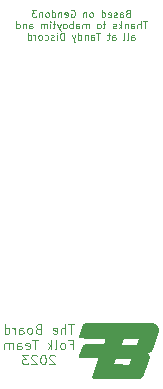
<source format=gbr>
%TF.GenerationSoftware,KiCad,Pcbnew,7.0.6*%
%TF.CreationDate,2023-09-04T21:12:20+01:00*%
%TF.ProjectId,TRSG3Mod,54525347-334d-46f6-942e-6b696361645f,rev?*%
%TF.SameCoordinates,Original*%
%TF.FileFunction,Legend,Bot*%
%TF.FilePolarity,Positive*%
%FSLAX46Y46*%
G04 Gerber Fmt 4.6, Leading zero omitted, Abs format (unit mm)*
G04 Created by KiCad (PCBNEW 7.0.6) date 2023-09-04 21:12:20*
%MOMM*%
%LPD*%
G01*
G04 APERTURE LIST*
%ADD10C,0.100000*%
G04 APERTURE END LIST*
D10*
X119522320Y-54425085D02*
X119436606Y-54453657D01*
X119436606Y-54453657D02*
X119408035Y-54482228D01*
X119408035Y-54482228D02*
X119379463Y-54539371D01*
X119379463Y-54539371D02*
X119379463Y-54625085D01*
X119379463Y-54625085D02*
X119408035Y-54682228D01*
X119408035Y-54682228D02*
X119436606Y-54710800D01*
X119436606Y-54710800D02*
X119493749Y-54739371D01*
X119493749Y-54739371D02*
X119722320Y-54739371D01*
X119722320Y-54739371D02*
X119722320Y-54139371D01*
X119722320Y-54139371D02*
X119522320Y-54139371D01*
X119522320Y-54139371D02*
X119465178Y-54167942D01*
X119465178Y-54167942D02*
X119436606Y-54196514D01*
X119436606Y-54196514D02*
X119408035Y-54253657D01*
X119408035Y-54253657D02*
X119408035Y-54310800D01*
X119408035Y-54310800D02*
X119436606Y-54367942D01*
X119436606Y-54367942D02*
X119465178Y-54396514D01*
X119465178Y-54396514D02*
X119522320Y-54425085D01*
X119522320Y-54425085D02*
X119722320Y-54425085D01*
X118865178Y-54739371D02*
X118865178Y-54425085D01*
X118865178Y-54425085D02*
X118893749Y-54367942D01*
X118893749Y-54367942D02*
X118950892Y-54339371D01*
X118950892Y-54339371D02*
X119065178Y-54339371D01*
X119065178Y-54339371D02*
X119122320Y-54367942D01*
X118865178Y-54710800D02*
X118922320Y-54739371D01*
X118922320Y-54739371D02*
X119065178Y-54739371D01*
X119065178Y-54739371D02*
X119122320Y-54710800D01*
X119122320Y-54710800D02*
X119150892Y-54653657D01*
X119150892Y-54653657D02*
X119150892Y-54596514D01*
X119150892Y-54596514D02*
X119122320Y-54539371D01*
X119122320Y-54539371D02*
X119065178Y-54510800D01*
X119065178Y-54510800D02*
X118922320Y-54510800D01*
X118922320Y-54510800D02*
X118865178Y-54482228D01*
X118608035Y-54710800D02*
X118550892Y-54739371D01*
X118550892Y-54739371D02*
X118436606Y-54739371D01*
X118436606Y-54739371D02*
X118379463Y-54710800D01*
X118379463Y-54710800D02*
X118350892Y-54653657D01*
X118350892Y-54653657D02*
X118350892Y-54625085D01*
X118350892Y-54625085D02*
X118379463Y-54567942D01*
X118379463Y-54567942D02*
X118436606Y-54539371D01*
X118436606Y-54539371D02*
X118522321Y-54539371D01*
X118522321Y-54539371D02*
X118579463Y-54510800D01*
X118579463Y-54510800D02*
X118608035Y-54453657D01*
X118608035Y-54453657D02*
X118608035Y-54425085D01*
X118608035Y-54425085D02*
X118579463Y-54367942D01*
X118579463Y-54367942D02*
X118522321Y-54339371D01*
X118522321Y-54339371D02*
X118436606Y-54339371D01*
X118436606Y-54339371D02*
X118379463Y-54367942D01*
X117865178Y-54710800D02*
X117922321Y-54739371D01*
X117922321Y-54739371D02*
X118036607Y-54739371D01*
X118036607Y-54739371D02*
X118093749Y-54710800D01*
X118093749Y-54710800D02*
X118122321Y-54653657D01*
X118122321Y-54653657D02*
X118122321Y-54425085D01*
X118122321Y-54425085D02*
X118093749Y-54367942D01*
X118093749Y-54367942D02*
X118036607Y-54339371D01*
X118036607Y-54339371D02*
X117922321Y-54339371D01*
X117922321Y-54339371D02*
X117865178Y-54367942D01*
X117865178Y-54367942D02*
X117836607Y-54425085D01*
X117836607Y-54425085D02*
X117836607Y-54482228D01*
X117836607Y-54482228D02*
X118122321Y-54539371D01*
X117322321Y-54739371D02*
X117322321Y-54139371D01*
X117322321Y-54710800D02*
X117379463Y-54739371D01*
X117379463Y-54739371D02*
X117493749Y-54739371D01*
X117493749Y-54739371D02*
X117550892Y-54710800D01*
X117550892Y-54710800D02*
X117579463Y-54682228D01*
X117579463Y-54682228D02*
X117608035Y-54625085D01*
X117608035Y-54625085D02*
X117608035Y-54453657D01*
X117608035Y-54453657D02*
X117579463Y-54396514D01*
X117579463Y-54396514D02*
X117550892Y-54367942D01*
X117550892Y-54367942D02*
X117493749Y-54339371D01*
X117493749Y-54339371D02*
X117379463Y-54339371D01*
X117379463Y-54339371D02*
X117322321Y-54367942D01*
X116493749Y-54739371D02*
X116550892Y-54710800D01*
X116550892Y-54710800D02*
X116579463Y-54682228D01*
X116579463Y-54682228D02*
X116608035Y-54625085D01*
X116608035Y-54625085D02*
X116608035Y-54453657D01*
X116608035Y-54453657D02*
X116579463Y-54396514D01*
X116579463Y-54396514D02*
X116550892Y-54367942D01*
X116550892Y-54367942D02*
X116493749Y-54339371D01*
X116493749Y-54339371D02*
X116408035Y-54339371D01*
X116408035Y-54339371D02*
X116350892Y-54367942D01*
X116350892Y-54367942D02*
X116322321Y-54396514D01*
X116322321Y-54396514D02*
X116293749Y-54453657D01*
X116293749Y-54453657D02*
X116293749Y-54625085D01*
X116293749Y-54625085D02*
X116322321Y-54682228D01*
X116322321Y-54682228D02*
X116350892Y-54710800D01*
X116350892Y-54710800D02*
X116408035Y-54739371D01*
X116408035Y-54739371D02*
X116493749Y-54739371D01*
X116036606Y-54339371D02*
X116036606Y-54739371D01*
X116036606Y-54396514D02*
X116008035Y-54367942D01*
X116008035Y-54367942D02*
X115950892Y-54339371D01*
X115950892Y-54339371D02*
X115865178Y-54339371D01*
X115865178Y-54339371D02*
X115808035Y-54367942D01*
X115808035Y-54367942D02*
X115779464Y-54425085D01*
X115779464Y-54425085D02*
X115779464Y-54739371D01*
X114722321Y-54167942D02*
X114779464Y-54139371D01*
X114779464Y-54139371D02*
X114865178Y-54139371D01*
X114865178Y-54139371D02*
X114950892Y-54167942D01*
X114950892Y-54167942D02*
X115008035Y-54225085D01*
X115008035Y-54225085D02*
X115036606Y-54282228D01*
X115036606Y-54282228D02*
X115065178Y-54396514D01*
X115065178Y-54396514D02*
X115065178Y-54482228D01*
X115065178Y-54482228D02*
X115036606Y-54596514D01*
X115036606Y-54596514D02*
X115008035Y-54653657D01*
X115008035Y-54653657D02*
X114950892Y-54710800D01*
X114950892Y-54710800D02*
X114865178Y-54739371D01*
X114865178Y-54739371D02*
X114808035Y-54739371D01*
X114808035Y-54739371D02*
X114722321Y-54710800D01*
X114722321Y-54710800D02*
X114693749Y-54682228D01*
X114693749Y-54682228D02*
X114693749Y-54482228D01*
X114693749Y-54482228D02*
X114808035Y-54482228D01*
X114208035Y-54710800D02*
X114265178Y-54739371D01*
X114265178Y-54739371D02*
X114379464Y-54739371D01*
X114379464Y-54739371D02*
X114436606Y-54710800D01*
X114436606Y-54710800D02*
X114465178Y-54653657D01*
X114465178Y-54653657D02*
X114465178Y-54425085D01*
X114465178Y-54425085D02*
X114436606Y-54367942D01*
X114436606Y-54367942D02*
X114379464Y-54339371D01*
X114379464Y-54339371D02*
X114265178Y-54339371D01*
X114265178Y-54339371D02*
X114208035Y-54367942D01*
X114208035Y-54367942D02*
X114179464Y-54425085D01*
X114179464Y-54425085D02*
X114179464Y-54482228D01*
X114179464Y-54482228D02*
X114465178Y-54539371D01*
X113922320Y-54339371D02*
X113922320Y-54739371D01*
X113922320Y-54396514D02*
X113893749Y-54367942D01*
X113893749Y-54367942D02*
X113836606Y-54339371D01*
X113836606Y-54339371D02*
X113750892Y-54339371D01*
X113750892Y-54339371D02*
X113693749Y-54367942D01*
X113693749Y-54367942D02*
X113665178Y-54425085D01*
X113665178Y-54425085D02*
X113665178Y-54739371D01*
X113122321Y-54739371D02*
X113122321Y-54139371D01*
X113122321Y-54710800D02*
X113179463Y-54739371D01*
X113179463Y-54739371D02*
X113293749Y-54739371D01*
X113293749Y-54739371D02*
X113350892Y-54710800D01*
X113350892Y-54710800D02*
X113379463Y-54682228D01*
X113379463Y-54682228D02*
X113408035Y-54625085D01*
X113408035Y-54625085D02*
X113408035Y-54453657D01*
X113408035Y-54453657D02*
X113379463Y-54396514D01*
X113379463Y-54396514D02*
X113350892Y-54367942D01*
X113350892Y-54367942D02*
X113293749Y-54339371D01*
X113293749Y-54339371D02*
X113179463Y-54339371D01*
X113179463Y-54339371D02*
X113122321Y-54367942D01*
X112750892Y-54739371D02*
X112808035Y-54710800D01*
X112808035Y-54710800D02*
X112836606Y-54682228D01*
X112836606Y-54682228D02*
X112865178Y-54625085D01*
X112865178Y-54625085D02*
X112865178Y-54453657D01*
X112865178Y-54453657D02*
X112836606Y-54396514D01*
X112836606Y-54396514D02*
X112808035Y-54367942D01*
X112808035Y-54367942D02*
X112750892Y-54339371D01*
X112750892Y-54339371D02*
X112665178Y-54339371D01*
X112665178Y-54339371D02*
X112608035Y-54367942D01*
X112608035Y-54367942D02*
X112579464Y-54396514D01*
X112579464Y-54396514D02*
X112550892Y-54453657D01*
X112550892Y-54453657D02*
X112550892Y-54625085D01*
X112550892Y-54625085D02*
X112579464Y-54682228D01*
X112579464Y-54682228D02*
X112608035Y-54710800D01*
X112608035Y-54710800D02*
X112665178Y-54739371D01*
X112665178Y-54739371D02*
X112750892Y-54739371D01*
X112293749Y-54339371D02*
X112293749Y-54739371D01*
X112293749Y-54396514D02*
X112265178Y-54367942D01*
X112265178Y-54367942D02*
X112208035Y-54339371D01*
X112208035Y-54339371D02*
X112122321Y-54339371D01*
X112122321Y-54339371D02*
X112065178Y-54367942D01*
X112065178Y-54367942D02*
X112036607Y-54425085D01*
X112036607Y-54425085D02*
X112036607Y-54739371D01*
X111808035Y-54139371D02*
X111436607Y-54139371D01*
X111436607Y-54139371D02*
X111636607Y-54367942D01*
X111636607Y-54367942D02*
X111550892Y-54367942D01*
X111550892Y-54367942D02*
X111493750Y-54396514D01*
X111493750Y-54396514D02*
X111465178Y-54425085D01*
X111465178Y-54425085D02*
X111436607Y-54482228D01*
X111436607Y-54482228D02*
X111436607Y-54625085D01*
X111436607Y-54625085D02*
X111465178Y-54682228D01*
X111465178Y-54682228D02*
X111493750Y-54710800D01*
X111493750Y-54710800D02*
X111550892Y-54739371D01*
X111550892Y-54739371D02*
X111722321Y-54739371D01*
X111722321Y-54739371D02*
X111779464Y-54710800D01*
X111779464Y-54710800D02*
X111808035Y-54682228D01*
X121165177Y-55105371D02*
X120822320Y-55105371D01*
X120993748Y-55705371D02*
X120993748Y-55105371D01*
X120622319Y-55705371D02*
X120622319Y-55105371D01*
X120365177Y-55705371D02*
X120365177Y-55391085D01*
X120365177Y-55391085D02*
X120393748Y-55333942D01*
X120393748Y-55333942D02*
X120450891Y-55305371D01*
X120450891Y-55305371D02*
X120536605Y-55305371D01*
X120536605Y-55305371D02*
X120593748Y-55333942D01*
X120593748Y-55333942D02*
X120622319Y-55362514D01*
X119822320Y-55705371D02*
X119822320Y-55391085D01*
X119822320Y-55391085D02*
X119850891Y-55333942D01*
X119850891Y-55333942D02*
X119908034Y-55305371D01*
X119908034Y-55305371D02*
X120022320Y-55305371D01*
X120022320Y-55305371D02*
X120079462Y-55333942D01*
X119822320Y-55676800D02*
X119879462Y-55705371D01*
X119879462Y-55705371D02*
X120022320Y-55705371D01*
X120022320Y-55705371D02*
X120079462Y-55676800D01*
X120079462Y-55676800D02*
X120108034Y-55619657D01*
X120108034Y-55619657D02*
X120108034Y-55562514D01*
X120108034Y-55562514D02*
X120079462Y-55505371D01*
X120079462Y-55505371D02*
X120022320Y-55476800D01*
X120022320Y-55476800D02*
X119879462Y-55476800D01*
X119879462Y-55476800D02*
X119822320Y-55448228D01*
X119536605Y-55305371D02*
X119536605Y-55705371D01*
X119536605Y-55362514D02*
X119508034Y-55333942D01*
X119508034Y-55333942D02*
X119450891Y-55305371D01*
X119450891Y-55305371D02*
X119365177Y-55305371D01*
X119365177Y-55305371D02*
X119308034Y-55333942D01*
X119308034Y-55333942D02*
X119279463Y-55391085D01*
X119279463Y-55391085D02*
X119279463Y-55705371D01*
X118993748Y-55705371D02*
X118993748Y-55105371D01*
X118936606Y-55476800D02*
X118765177Y-55705371D01*
X118765177Y-55305371D02*
X118993748Y-55533942D01*
X118536606Y-55676800D02*
X118479463Y-55705371D01*
X118479463Y-55705371D02*
X118365177Y-55705371D01*
X118365177Y-55705371D02*
X118308034Y-55676800D01*
X118308034Y-55676800D02*
X118279463Y-55619657D01*
X118279463Y-55619657D02*
X118279463Y-55591085D01*
X118279463Y-55591085D02*
X118308034Y-55533942D01*
X118308034Y-55533942D02*
X118365177Y-55505371D01*
X118365177Y-55505371D02*
X118450892Y-55505371D01*
X118450892Y-55505371D02*
X118508034Y-55476800D01*
X118508034Y-55476800D02*
X118536606Y-55419657D01*
X118536606Y-55419657D02*
X118536606Y-55391085D01*
X118536606Y-55391085D02*
X118508034Y-55333942D01*
X118508034Y-55333942D02*
X118450892Y-55305371D01*
X118450892Y-55305371D02*
X118365177Y-55305371D01*
X118365177Y-55305371D02*
X118308034Y-55333942D01*
X117650892Y-55305371D02*
X117422320Y-55305371D01*
X117565177Y-55105371D02*
X117565177Y-55619657D01*
X117565177Y-55619657D02*
X117536606Y-55676800D01*
X117536606Y-55676800D02*
X117479463Y-55705371D01*
X117479463Y-55705371D02*
X117422320Y-55705371D01*
X117136606Y-55705371D02*
X117193749Y-55676800D01*
X117193749Y-55676800D02*
X117222320Y-55648228D01*
X117222320Y-55648228D02*
X117250892Y-55591085D01*
X117250892Y-55591085D02*
X117250892Y-55419657D01*
X117250892Y-55419657D02*
X117222320Y-55362514D01*
X117222320Y-55362514D02*
X117193749Y-55333942D01*
X117193749Y-55333942D02*
X117136606Y-55305371D01*
X117136606Y-55305371D02*
X117050892Y-55305371D01*
X117050892Y-55305371D02*
X116993749Y-55333942D01*
X116993749Y-55333942D02*
X116965178Y-55362514D01*
X116965178Y-55362514D02*
X116936606Y-55419657D01*
X116936606Y-55419657D02*
X116936606Y-55591085D01*
X116936606Y-55591085D02*
X116965178Y-55648228D01*
X116965178Y-55648228D02*
X116993749Y-55676800D01*
X116993749Y-55676800D02*
X117050892Y-55705371D01*
X117050892Y-55705371D02*
X117136606Y-55705371D01*
X116222320Y-55705371D02*
X116222320Y-55305371D01*
X116222320Y-55362514D02*
X116193749Y-55333942D01*
X116193749Y-55333942D02*
X116136606Y-55305371D01*
X116136606Y-55305371D02*
X116050892Y-55305371D01*
X116050892Y-55305371D02*
X115993749Y-55333942D01*
X115993749Y-55333942D02*
X115965178Y-55391085D01*
X115965178Y-55391085D02*
X115965178Y-55705371D01*
X115965178Y-55391085D02*
X115936606Y-55333942D01*
X115936606Y-55333942D02*
X115879463Y-55305371D01*
X115879463Y-55305371D02*
X115793749Y-55305371D01*
X115793749Y-55305371D02*
X115736606Y-55333942D01*
X115736606Y-55333942D02*
X115708035Y-55391085D01*
X115708035Y-55391085D02*
X115708035Y-55705371D01*
X115165178Y-55705371D02*
X115165178Y-55391085D01*
X115165178Y-55391085D02*
X115193749Y-55333942D01*
X115193749Y-55333942D02*
X115250892Y-55305371D01*
X115250892Y-55305371D02*
X115365178Y-55305371D01*
X115365178Y-55305371D02*
X115422320Y-55333942D01*
X115165178Y-55676800D02*
X115222320Y-55705371D01*
X115222320Y-55705371D02*
X115365178Y-55705371D01*
X115365178Y-55705371D02*
X115422320Y-55676800D01*
X115422320Y-55676800D02*
X115450892Y-55619657D01*
X115450892Y-55619657D02*
X115450892Y-55562514D01*
X115450892Y-55562514D02*
X115422320Y-55505371D01*
X115422320Y-55505371D02*
X115365178Y-55476800D01*
X115365178Y-55476800D02*
X115222320Y-55476800D01*
X115222320Y-55476800D02*
X115165178Y-55448228D01*
X114879463Y-55705371D02*
X114879463Y-55105371D01*
X114879463Y-55333942D02*
X114822321Y-55305371D01*
X114822321Y-55305371D02*
X114708035Y-55305371D01*
X114708035Y-55305371D02*
X114650892Y-55333942D01*
X114650892Y-55333942D02*
X114622321Y-55362514D01*
X114622321Y-55362514D02*
X114593749Y-55419657D01*
X114593749Y-55419657D02*
X114593749Y-55591085D01*
X114593749Y-55591085D02*
X114622321Y-55648228D01*
X114622321Y-55648228D02*
X114650892Y-55676800D01*
X114650892Y-55676800D02*
X114708035Y-55705371D01*
X114708035Y-55705371D02*
X114822321Y-55705371D01*
X114822321Y-55705371D02*
X114879463Y-55676800D01*
X114250892Y-55705371D02*
X114308035Y-55676800D01*
X114308035Y-55676800D02*
X114336606Y-55648228D01*
X114336606Y-55648228D02*
X114365178Y-55591085D01*
X114365178Y-55591085D02*
X114365178Y-55419657D01*
X114365178Y-55419657D02*
X114336606Y-55362514D01*
X114336606Y-55362514D02*
X114308035Y-55333942D01*
X114308035Y-55333942D02*
X114250892Y-55305371D01*
X114250892Y-55305371D02*
X114165178Y-55305371D01*
X114165178Y-55305371D02*
X114108035Y-55333942D01*
X114108035Y-55333942D02*
X114079464Y-55362514D01*
X114079464Y-55362514D02*
X114050892Y-55419657D01*
X114050892Y-55419657D02*
X114050892Y-55591085D01*
X114050892Y-55591085D02*
X114079464Y-55648228D01*
X114079464Y-55648228D02*
X114108035Y-55676800D01*
X114108035Y-55676800D02*
X114165178Y-55705371D01*
X114165178Y-55705371D02*
X114250892Y-55705371D01*
X113850892Y-55305371D02*
X113708035Y-55705371D01*
X113565178Y-55305371D02*
X113708035Y-55705371D01*
X113708035Y-55705371D02*
X113765178Y-55848228D01*
X113765178Y-55848228D02*
X113793749Y-55876800D01*
X113793749Y-55876800D02*
X113850892Y-55905371D01*
X113422321Y-55305371D02*
X113193749Y-55305371D01*
X113336606Y-55105371D02*
X113336606Y-55619657D01*
X113336606Y-55619657D02*
X113308035Y-55676800D01*
X113308035Y-55676800D02*
X113250892Y-55705371D01*
X113250892Y-55705371D02*
X113193749Y-55705371D01*
X112993749Y-55705371D02*
X112993749Y-55305371D01*
X112993749Y-55105371D02*
X113022321Y-55133942D01*
X113022321Y-55133942D02*
X112993749Y-55162514D01*
X112993749Y-55162514D02*
X112965178Y-55133942D01*
X112965178Y-55133942D02*
X112993749Y-55105371D01*
X112993749Y-55105371D02*
X112993749Y-55162514D01*
X112708035Y-55705371D02*
X112708035Y-55305371D01*
X112708035Y-55362514D02*
X112679464Y-55333942D01*
X112679464Y-55333942D02*
X112622321Y-55305371D01*
X112622321Y-55305371D02*
X112536607Y-55305371D01*
X112536607Y-55305371D02*
X112479464Y-55333942D01*
X112479464Y-55333942D02*
X112450893Y-55391085D01*
X112450893Y-55391085D02*
X112450893Y-55705371D01*
X112450893Y-55391085D02*
X112422321Y-55333942D01*
X112422321Y-55333942D02*
X112365178Y-55305371D01*
X112365178Y-55305371D02*
X112279464Y-55305371D01*
X112279464Y-55305371D02*
X112222321Y-55333942D01*
X112222321Y-55333942D02*
X112193750Y-55391085D01*
X112193750Y-55391085D02*
X112193750Y-55705371D01*
X111193750Y-55705371D02*
X111193750Y-55391085D01*
X111193750Y-55391085D02*
X111222321Y-55333942D01*
X111222321Y-55333942D02*
X111279464Y-55305371D01*
X111279464Y-55305371D02*
X111393750Y-55305371D01*
X111393750Y-55305371D02*
X111450892Y-55333942D01*
X111193750Y-55676800D02*
X111250892Y-55705371D01*
X111250892Y-55705371D02*
X111393750Y-55705371D01*
X111393750Y-55705371D02*
X111450892Y-55676800D01*
X111450892Y-55676800D02*
X111479464Y-55619657D01*
X111479464Y-55619657D02*
X111479464Y-55562514D01*
X111479464Y-55562514D02*
X111450892Y-55505371D01*
X111450892Y-55505371D02*
X111393750Y-55476800D01*
X111393750Y-55476800D02*
X111250892Y-55476800D01*
X111250892Y-55476800D02*
X111193750Y-55448228D01*
X110908035Y-55305371D02*
X110908035Y-55705371D01*
X110908035Y-55362514D02*
X110879464Y-55333942D01*
X110879464Y-55333942D02*
X110822321Y-55305371D01*
X110822321Y-55305371D02*
X110736607Y-55305371D01*
X110736607Y-55305371D02*
X110679464Y-55333942D01*
X110679464Y-55333942D02*
X110650893Y-55391085D01*
X110650893Y-55391085D02*
X110650893Y-55705371D01*
X110108036Y-55705371D02*
X110108036Y-55105371D01*
X110108036Y-55676800D02*
X110165178Y-55705371D01*
X110165178Y-55705371D02*
X110279464Y-55705371D01*
X110279464Y-55705371D02*
X110336607Y-55676800D01*
X110336607Y-55676800D02*
X110365178Y-55648228D01*
X110365178Y-55648228D02*
X110393750Y-55591085D01*
X110393750Y-55591085D02*
X110393750Y-55419657D01*
X110393750Y-55419657D02*
X110365178Y-55362514D01*
X110365178Y-55362514D02*
X110336607Y-55333942D01*
X110336607Y-55333942D02*
X110279464Y-55305371D01*
X110279464Y-55305371D02*
X110165178Y-55305371D01*
X110165178Y-55305371D02*
X110108036Y-55333942D01*
X119850893Y-56671371D02*
X119850893Y-56357085D01*
X119850893Y-56357085D02*
X119879464Y-56299942D01*
X119879464Y-56299942D02*
X119936607Y-56271371D01*
X119936607Y-56271371D02*
X120050893Y-56271371D01*
X120050893Y-56271371D02*
X120108035Y-56299942D01*
X119850893Y-56642800D02*
X119908035Y-56671371D01*
X119908035Y-56671371D02*
X120050893Y-56671371D01*
X120050893Y-56671371D02*
X120108035Y-56642800D01*
X120108035Y-56642800D02*
X120136607Y-56585657D01*
X120136607Y-56585657D02*
X120136607Y-56528514D01*
X120136607Y-56528514D02*
X120108035Y-56471371D01*
X120108035Y-56471371D02*
X120050893Y-56442800D01*
X120050893Y-56442800D02*
X119908035Y-56442800D01*
X119908035Y-56442800D02*
X119850893Y-56414228D01*
X119479464Y-56671371D02*
X119536607Y-56642800D01*
X119536607Y-56642800D02*
X119565178Y-56585657D01*
X119565178Y-56585657D02*
X119565178Y-56071371D01*
X119165178Y-56671371D02*
X119222321Y-56642800D01*
X119222321Y-56642800D02*
X119250892Y-56585657D01*
X119250892Y-56585657D02*
X119250892Y-56071371D01*
X118222321Y-56671371D02*
X118222321Y-56357085D01*
X118222321Y-56357085D02*
X118250892Y-56299942D01*
X118250892Y-56299942D02*
X118308035Y-56271371D01*
X118308035Y-56271371D02*
X118422321Y-56271371D01*
X118422321Y-56271371D02*
X118479463Y-56299942D01*
X118222321Y-56642800D02*
X118279463Y-56671371D01*
X118279463Y-56671371D02*
X118422321Y-56671371D01*
X118422321Y-56671371D02*
X118479463Y-56642800D01*
X118479463Y-56642800D02*
X118508035Y-56585657D01*
X118508035Y-56585657D02*
X118508035Y-56528514D01*
X118508035Y-56528514D02*
X118479463Y-56471371D01*
X118479463Y-56471371D02*
X118422321Y-56442800D01*
X118422321Y-56442800D02*
X118279463Y-56442800D01*
X118279463Y-56442800D02*
X118222321Y-56414228D01*
X118022321Y-56271371D02*
X117793749Y-56271371D01*
X117936606Y-56071371D02*
X117936606Y-56585657D01*
X117936606Y-56585657D02*
X117908035Y-56642800D01*
X117908035Y-56642800D02*
X117850892Y-56671371D01*
X117850892Y-56671371D02*
X117793749Y-56671371D01*
X117222321Y-56071371D02*
X116879464Y-56071371D01*
X117050892Y-56671371D02*
X117050892Y-56071371D01*
X116422321Y-56671371D02*
X116422321Y-56357085D01*
X116422321Y-56357085D02*
X116450892Y-56299942D01*
X116450892Y-56299942D02*
X116508035Y-56271371D01*
X116508035Y-56271371D02*
X116622321Y-56271371D01*
X116622321Y-56271371D02*
X116679463Y-56299942D01*
X116422321Y-56642800D02*
X116479463Y-56671371D01*
X116479463Y-56671371D02*
X116622321Y-56671371D01*
X116622321Y-56671371D02*
X116679463Y-56642800D01*
X116679463Y-56642800D02*
X116708035Y-56585657D01*
X116708035Y-56585657D02*
X116708035Y-56528514D01*
X116708035Y-56528514D02*
X116679463Y-56471371D01*
X116679463Y-56471371D02*
X116622321Y-56442800D01*
X116622321Y-56442800D02*
X116479463Y-56442800D01*
X116479463Y-56442800D02*
X116422321Y-56414228D01*
X116136606Y-56271371D02*
X116136606Y-56671371D01*
X116136606Y-56328514D02*
X116108035Y-56299942D01*
X116108035Y-56299942D02*
X116050892Y-56271371D01*
X116050892Y-56271371D02*
X115965178Y-56271371D01*
X115965178Y-56271371D02*
X115908035Y-56299942D01*
X115908035Y-56299942D02*
X115879464Y-56357085D01*
X115879464Y-56357085D02*
X115879464Y-56671371D01*
X115336607Y-56671371D02*
X115336607Y-56071371D01*
X115336607Y-56642800D02*
X115393749Y-56671371D01*
X115393749Y-56671371D02*
X115508035Y-56671371D01*
X115508035Y-56671371D02*
X115565178Y-56642800D01*
X115565178Y-56642800D02*
X115593749Y-56614228D01*
X115593749Y-56614228D02*
X115622321Y-56557085D01*
X115622321Y-56557085D02*
X115622321Y-56385657D01*
X115622321Y-56385657D02*
X115593749Y-56328514D01*
X115593749Y-56328514D02*
X115565178Y-56299942D01*
X115565178Y-56299942D02*
X115508035Y-56271371D01*
X115508035Y-56271371D02*
X115393749Y-56271371D01*
X115393749Y-56271371D02*
X115336607Y-56299942D01*
X115108035Y-56271371D02*
X114965178Y-56671371D01*
X114822321Y-56271371D02*
X114965178Y-56671371D01*
X114965178Y-56671371D02*
X115022321Y-56814228D01*
X115022321Y-56814228D02*
X115050892Y-56842800D01*
X115050892Y-56842800D02*
X115108035Y-56871371D01*
X114136606Y-56671371D02*
X114136606Y-56071371D01*
X114136606Y-56071371D02*
X113993749Y-56071371D01*
X113993749Y-56071371D02*
X113908035Y-56099942D01*
X113908035Y-56099942D02*
X113850892Y-56157085D01*
X113850892Y-56157085D02*
X113822321Y-56214228D01*
X113822321Y-56214228D02*
X113793749Y-56328514D01*
X113793749Y-56328514D02*
X113793749Y-56414228D01*
X113793749Y-56414228D02*
X113822321Y-56528514D01*
X113822321Y-56528514D02*
X113850892Y-56585657D01*
X113850892Y-56585657D02*
X113908035Y-56642800D01*
X113908035Y-56642800D02*
X113993749Y-56671371D01*
X113993749Y-56671371D02*
X114136606Y-56671371D01*
X113536606Y-56671371D02*
X113536606Y-56271371D01*
X113536606Y-56071371D02*
X113565178Y-56099942D01*
X113565178Y-56099942D02*
X113536606Y-56128514D01*
X113536606Y-56128514D02*
X113508035Y-56099942D01*
X113508035Y-56099942D02*
X113536606Y-56071371D01*
X113536606Y-56071371D02*
X113536606Y-56128514D01*
X113279464Y-56642800D02*
X113222321Y-56671371D01*
X113222321Y-56671371D02*
X113108035Y-56671371D01*
X113108035Y-56671371D02*
X113050892Y-56642800D01*
X113050892Y-56642800D02*
X113022321Y-56585657D01*
X113022321Y-56585657D02*
X113022321Y-56557085D01*
X113022321Y-56557085D02*
X113050892Y-56499942D01*
X113050892Y-56499942D02*
X113108035Y-56471371D01*
X113108035Y-56471371D02*
X113193750Y-56471371D01*
X113193750Y-56471371D02*
X113250892Y-56442800D01*
X113250892Y-56442800D02*
X113279464Y-56385657D01*
X113279464Y-56385657D02*
X113279464Y-56357085D01*
X113279464Y-56357085D02*
X113250892Y-56299942D01*
X113250892Y-56299942D02*
X113193750Y-56271371D01*
X113193750Y-56271371D02*
X113108035Y-56271371D01*
X113108035Y-56271371D02*
X113050892Y-56299942D01*
X112508036Y-56642800D02*
X112565178Y-56671371D01*
X112565178Y-56671371D02*
X112679464Y-56671371D01*
X112679464Y-56671371D02*
X112736607Y-56642800D01*
X112736607Y-56642800D02*
X112765178Y-56614228D01*
X112765178Y-56614228D02*
X112793750Y-56557085D01*
X112793750Y-56557085D02*
X112793750Y-56385657D01*
X112793750Y-56385657D02*
X112765178Y-56328514D01*
X112765178Y-56328514D02*
X112736607Y-56299942D01*
X112736607Y-56299942D02*
X112679464Y-56271371D01*
X112679464Y-56271371D02*
X112565178Y-56271371D01*
X112565178Y-56271371D02*
X112508036Y-56299942D01*
X112165178Y-56671371D02*
X112222321Y-56642800D01*
X112222321Y-56642800D02*
X112250892Y-56614228D01*
X112250892Y-56614228D02*
X112279464Y-56557085D01*
X112279464Y-56557085D02*
X112279464Y-56385657D01*
X112279464Y-56385657D02*
X112250892Y-56328514D01*
X112250892Y-56328514D02*
X112222321Y-56299942D01*
X112222321Y-56299942D02*
X112165178Y-56271371D01*
X112165178Y-56271371D02*
X112079464Y-56271371D01*
X112079464Y-56271371D02*
X112022321Y-56299942D01*
X112022321Y-56299942D02*
X111993750Y-56328514D01*
X111993750Y-56328514D02*
X111965178Y-56385657D01*
X111965178Y-56385657D02*
X111965178Y-56557085D01*
X111965178Y-56557085D02*
X111993750Y-56614228D01*
X111993750Y-56614228D02*
X112022321Y-56642800D01*
X112022321Y-56642800D02*
X112079464Y-56671371D01*
X112079464Y-56671371D02*
X112165178Y-56671371D01*
X111708035Y-56671371D02*
X111708035Y-56271371D01*
X111708035Y-56385657D02*
X111679464Y-56328514D01*
X111679464Y-56328514D02*
X111650893Y-56299942D01*
X111650893Y-56299942D02*
X111593750Y-56271371D01*
X111593750Y-56271371D02*
X111536607Y-56271371D01*
X111079464Y-56671371D02*
X111079464Y-56071371D01*
X111079464Y-56642800D02*
X111136606Y-56671371D01*
X111136606Y-56671371D02*
X111250892Y-56671371D01*
X111250892Y-56671371D02*
X111308035Y-56642800D01*
X111308035Y-56642800D02*
X111336606Y-56614228D01*
X111336606Y-56614228D02*
X111365178Y-56557085D01*
X111365178Y-56557085D02*
X111365178Y-56385657D01*
X111365178Y-56385657D02*
X111336606Y-56328514D01*
X111336606Y-56328514D02*
X111308035Y-56299942D01*
X111308035Y-56299942D02*
X111250892Y-56271371D01*
X111250892Y-56271371D02*
X111136606Y-56271371D01*
X111136606Y-56271371D02*
X111079464Y-56299942D01*
X114971429Y-80770895D02*
X114514286Y-80770895D01*
X114742858Y-81570895D02*
X114742858Y-80770895D01*
X114247619Y-81570895D02*
X114247619Y-80770895D01*
X113904762Y-81570895D02*
X113904762Y-81151847D01*
X113904762Y-81151847D02*
X113942857Y-81075657D01*
X113942857Y-81075657D02*
X114019048Y-81037561D01*
X114019048Y-81037561D02*
X114133334Y-81037561D01*
X114133334Y-81037561D02*
X114209524Y-81075657D01*
X114209524Y-81075657D02*
X114247619Y-81113752D01*
X113219047Y-81532800D02*
X113295238Y-81570895D01*
X113295238Y-81570895D02*
X113447619Y-81570895D01*
X113447619Y-81570895D02*
X113523809Y-81532800D01*
X113523809Y-81532800D02*
X113561905Y-81456609D01*
X113561905Y-81456609D02*
X113561905Y-81151847D01*
X113561905Y-81151847D02*
X113523809Y-81075657D01*
X113523809Y-81075657D02*
X113447619Y-81037561D01*
X113447619Y-81037561D02*
X113295238Y-81037561D01*
X113295238Y-81037561D02*
X113219047Y-81075657D01*
X113219047Y-81075657D02*
X113180952Y-81151847D01*
X113180952Y-81151847D02*
X113180952Y-81228038D01*
X113180952Y-81228038D02*
X113561905Y-81304228D01*
X111961905Y-81151847D02*
X111847619Y-81189942D01*
X111847619Y-81189942D02*
X111809524Y-81228038D01*
X111809524Y-81228038D02*
X111771428Y-81304228D01*
X111771428Y-81304228D02*
X111771428Y-81418514D01*
X111771428Y-81418514D02*
X111809524Y-81494704D01*
X111809524Y-81494704D02*
X111847619Y-81532800D01*
X111847619Y-81532800D02*
X111923809Y-81570895D01*
X111923809Y-81570895D02*
X112228571Y-81570895D01*
X112228571Y-81570895D02*
X112228571Y-80770895D01*
X112228571Y-80770895D02*
X111961905Y-80770895D01*
X111961905Y-80770895D02*
X111885714Y-80808990D01*
X111885714Y-80808990D02*
X111847619Y-80847085D01*
X111847619Y-80847085D02*
X111809524Y-80923276D01*
X111809524Y-80923276D02*
X111809524Y-80999466D01*
X111809524Y-80999466D02*
X111847619Y-81075657D01*
X111847619Y-81075657D02*
X111885714Y-81113752D01*
X111885714Y-81113752D02*
X111961905Y-81151847D01*
X111961905Y-81151847D02*
X112228571Y-81151847D01*
X111314286Y-81570895D02*
X111390476Y-81532800D01*
X111390476Y-81532800D02*
X111428571Y-81494704D01*
X111428571Y-81494704D02*
X111466667Y-81418514D01*
X111466667Y-81418514D02*
X111466667Y-81189942D01*
X111466667Y-81189942D02*
X111428571Y-81113752D01*
X111428571Y-81113752D02*
X111390476Y-81075657D01*
X111390476Y-81075657D02*
X111314286Y-81037561D01*
X111314286Y-81037561D02*
X111200000Y-81037561D01*
X111200000Y-81037561D02*
X111123809Y-81075657D01*
X111123809Y-81075657D02*
X111085714Y-81113752D01*
X111085714Y-81113752D02*
X111047619Y-81189942D01*
X111047619Y-81189942D02*
X111047619Y-81418514D01*
X111047619Y-81418514D02*
X111085714Y-81494704D01*
X111085714Y-81494704D02*
X111123809Y-81532800D01*
X111123809Y-81532800D02*
X111200000Y-81570895D01*
X111200000Y-81570895D02*
X111314286Y-81570895D01*
X110361904Y-81570895D02*
X110361904Y-81151847D01*
X110361904Y-81151847D02*
X110399999Y-81075657D01*
X110399999Y-81075657D02*
X110476190Y-81037561D01*
X110476190Y-81037561D02*
X110628571Y-81037561D01*
X110628571Y-81037561D02*
X110704761Y-81075657D01*
X110361904Y-81532800D02*
X110438095Y-81570895D01*
X110438095Y-81570895D02*
X110628571Y-81570895D01*
X110628571Y-81570895D02*
X110704761Y-81532800D01*
X110704761Y-81532800D02*
X110742857Y-81456609D01*
X110742857Y-81456609D02*
X110742857Y-81380419D01*
X110742857Y-81380419D02*
X110704761Y-81304228D01*
X110704761Y-81304228D02*
X110628571Y-81266133D01*
X110628571Y-81266133D02*
X110438095Y-81266133D01*
X110438095Y-81266133D02*
X110361904Y-81228038D01*
X109980951Y-81570895D02*
X109980951Y-81037561D01*
X109980951Y-81189942D02*
X109942856Y-81113752D01*
X109942856Y-81113752D02*
X109904761Y-81075657D01*
X109904761Y-81075657D02*
X109828570Y-81037561D01*
X109828570Y-81037561D02*
X109752380Y-81037561D01*
X109142856Y-81570895D02*
X109142856Y-80770895D01*
X109142856Y-81532800D02*
X109219047Y-81570895D01*
X109219047Y-81570895D02*
X109371428Y-81570895D01*
X109371428Y-81570895D02*
X109447618Y-81532800D01*
X109447618Y-81532800D02*
X109485713Y-81494704D01*
X109485713Y-81494704D02*
X109523809Y-81418514D01*
X109523809Y-81418514D02*
X109523809Y-81189942D01*
X109523809Y-81189942D02*
X109485713Y-81113752D01*
X109485713Y-81113752D02*
X109447618Y-81075657D01*
X109447618Y-81075657D02*
X109371428Y-81037561D01*
X109371428Y-81037561D02*
X109219047Y-81037561D01*
X109219047Y-81037561D02*
X109142856Y-81075657D01*
X114628572Y-82439847D02*
X114895238Y-82439847D01*
X114895238Y-82858895D02*
X114895238Y-82058895D01*
X114895238Y-82058895D02*
X114514286Y-82058895D01*
X114095239Y-82858895D02*
X114171429Y-82820800D01*
X114171429Y-82820800D02*
X114209524Y-82782704D01*
X114209524Y-82782704D02*
X114247620Y-82706514D01*
X114247620Y-82706514D02*
X114247620Y-82477942D01*
X114247620Y-82477942D02*
X114209524Y-82401752D01*
X114209524Y-82401752D02*
X114171429Y-82363657D01*
X114171429Y-82363657D02*
X114095239Y-82325561D01*
X114095239Y-82325561D02*
X113980953Y-82325561D01*
X113980953Y-82325561D02*
X113904762Y-82363657D01*
X113904762Y-82363657D02*
X113866667Y-82401752D01*
X113866667Y-82401752D02*
X113828572Y-82477942D01*
X113828572Y-82477942D02*
X113828572Y-82706514D01*
X113828572Y-82706514D02*
X113866667Y-82782704D01*
X113866667Y-82782704D02*
X113904762Y-82820800D01*
X113904762Y-82820800D02*
X113980953Y-82858895D01*
X113980953Y-82858895D02*
X114095239Y-82858895D01*
X113371429Y-82858895D02*
X113447619Y-82820800D01*
X113447619Y-82820800D02*
X113485714Y-82744609D01*
X113485714Y-82744609D02*
X113485714Y-82058895D01*
X113066666Y-82858895D02*
X113066666Y-82058895D01*
X112990476Y-82554133D02*
X112761904Y-82858895D01*
X112761904Y-82325561D02*
X113066666Y-82630323D01*
X111923809Y-82058895D02*
X111466666Y-82058895D01*
X111695238Y-82858895D02*
X111695238Y-82058895D01*
X110895237Y-82820800D02*
X110971428Y-82858895D01*
X110971428Y-82858895D02*
X111123809Y-82858895D01*
X111123809Y-82858895D02*
X111199999Y-82820800D01*
X111199999Y-82820800D02*
X111238095Y-82744609D01*
X111238095Y-82744609D02*
X111238095Y-82439847D01*
X111238095Y-82439847D02*
X111199999Y-82363657D01*
X111199999Y-82363657D02*
X111123809Y-82325561D01*
X111123809Y-82325561D02*
X110971428Y-82325561D01*
X110971428Y-82325561D02*
X110895237Y-82363657D01*
X110895237Y-82363657D02*
X110857142Y-82439847D01*
X110857142Y-82439847D02*
X110857142Y-82516038D01*
X110857142Y-82516038D02*
X111238095Y-82592228D01*
X110171428Y-82858895D02*
X110171428Y-82439847D01*
X110171428Y-82439847D02*
X110209523Y-82363657D01*
X110209523Y-82363657D02*
X110285714Y-82325561D01*
X110285714Y-82325561D02*
X110438095Y-82325561D01*
X110438095Y-82325561D02*
X110514285Y-82363657D01*
X110171428Y-82820800D02*
X110247619Y-82858895D01*
X110247619Y-82858895D02*
X110438095Y-82858895D01*
X110438095Y-82858895D02*
X110514285Y-82820800D01*
X110514285Y-82820800D02*
X110552381Y-82744609D01*
X110552381Y-82744609D02*
X110552381Y-82668419D01*
X110552381Y-82668419D02*
X110514285Y-82592228D01*
X110514285Y-82592228D02*
X110438095Y-82554133D01*
X110438095Y-82554133D02*
X110247619Y-82554133D01*
X110247619Y-82554133D02*
X110171428Y-82516038D01*
X109790475Y-82858895D02*
X109790475Y-82325561D01*
X109790475Y-82401752D02*
X109752380Y-82363657D01*
X109752380Y-82363657D02*
X109676190Y-82325561D01*
X109676190Y-82325561D02*
X109561904Y-82325561D01*
X109561904Y-82325561D02*
X109485713Y-82363657D01*
X109485713Y-82363657D02*
X109447618Y-82439847D01*
X109447618Y-82439847D02*
X109447618Y-82858895D01*
X109447618Y-82439847D02*
X109409523Y-82363657D01*
X109409523Y-82363657D02*
X109333332Y-82325561D01*
X109333332Y-82325561D02*
X109219047Y-82325561D01*
X109219047Y-82325561D02*
X109142856Y-82363657D01*
X109142856Y-82363657D02*
X109104761Y-82439847D01*
X109104761Y-82439847D02*
X109104761Y-82858895D01*
X113371429Y-83423085D02*
X113333333Y-83384990D01*
X113333333Y-83384990D02*
X113257143Y-83346895D01*
X113257143Y-83346895D02*
X113066667Y-83346895D01*
X113066667Y-83346895D02*
X112990476Y-83384990D01*
X112990476Y-83384990D02*
X112952381Y-83423085D01*
X112952381Y-83423085D02*
X112914286Y-83499276D01*
X112914286Y-83499276D02*
X112914286Y-83575466D01*
X112914286Y-83575466D02*
X112952381Y-83689752D01*
X112952381Y-83689752D02*
X113409524Y-84146895D01*
X113409524Y-84146895D02*
X112914286Y-84146895D01*
X112419047Y-83346895D02*
X112342857Y-83346895D01*
X112342857Y-83346895D02*
X112266666Y-83384990D01*
X112266666Y-83384990D02*
X112228571Y-83423085D01*
X112228571Y-83423085D02*
X112190476Y-83499276D01*
X112190476Y-83499276D02*
X112152381Y-83651657D01*
X112152381Y-83651657D02*
X112152381Y-83842133D01*
X112152381Y-83842133D02*
X112190476Y-83994514D01*
X112190476Y-83994514D02*
X112228571Y-84070704D01*
X112228571Y-84070704D02*
X112266666Y-84108800D01*
X112266666Y-84108800D02*
X112342857Y-84146895D01*
X112342857Y-84146895D02*
X112419047Y-84146895D01*
X112419047Y-84146895D02*
X112495238Y-84108800D01*
X112495238Y-84108800D02*
X112533333Y-84070704D01*
X112533333Y-84070704D02*
X112571428Y-83994514D01*
X112571428Y-83994514D02*
X112609524Y-83842133D01*
X112609524Y-83842133D02*
X112609524Y-83651657D01*
X112609524Y-83651657D02*
X112571428Y-83499276D01*
X112571428Y-83499276D02*
X112533333Y-83423085D01*
X112533333Y-83423085D02*
X112495238Y-83384990D01*
X112495238Y-83384990D02*
X112419047Y-83346895D01*
X111847619Y-83423085D02*
X111809523Y-83384990D01*
X111809523Y-83384990D02*
X111733333Y-83346895D01*
X111733333Y-83346895D02*
X111542857Y-83346895D01*
X111542857Y-83346895D02*
X111466666Y-83384990D01*
X111466666Y-83384990D02*
X111428571Y-83423085D01*
X111428571Y-83423085D02*
X111390476Y-83499276D01*
X111390476Y-83499276D02*
X111390476Y-83575466D01*
X111390476Y-83575466D02*
X111428571Y-83689752D01*
X111428571Y-83689752D02*
X111885714Y-84146895D01*
X111885714Y-84146895D02*
X111390476Y-84146895D01*
X111123809Y-83346895D02*
X110628571Y-83346895D01*
X110628571Y-83346895D02*
X110895237Y-83651657D01*
X110895237Y-83651657D02*
X110780952Y-83651657D01*
X110780952Y-83651657D02*
X110704761Y-83689752D01*
X110704761Y-83689752D02*
X110666666Y-83727847D01*
X110666666Y-83727847D02*
X110628571Y-83804038D01*
X110628571Y-83804038D02*
X110628571Y-83994514D01*
X110628571Y-83994514D02*
X110666666Y-84070704D01*
X110666666Y-84070704D02*
X110704761Y-84108800D01*
X110704761Y-84108800D02*
X110780952Y-84146895D01*
X110780952Y-84146895D02*
X111009523Y-84146895D01*
X111009523Y-84146895D02*
X111085714Y-84108800D01*
X111085714Y-84108800D02*
X111123809Y-84070704D01*
%TO.C,G1*%
G36*
X121973889Y-81996924D02*
G01*
X121960325Y-82036726D01*
X121945539Y-82080244D01*
X121929789Y-82126719D01*
X121913332Y-82175396D01*
X121896426Y-82225516D01*
X121879328Y-82276324D01*
X121870612Y-82302225D01*
X121854535Y-82349829D01*
X121839239Y-82394902D01*
X121824924Y-82436870D01*
X121811787Y-82475158D01*
X121800028Y-82509192D01*
X121789847Y-82538398D01*
X121781440Y-82562201D01*
X121775009Y-82580026D01*
X121770750Y-82591299D01*
X121768864Y-82595445D01*
X121767775Y-82596247D01*
X121764651Y-82601550D01*
X121764615Y-82602066D01*
X121762986Y-82609215D01*
X121761873Y-82612463D01*
X121758413Y-82622719D01*
X121752932Y-82639022D01*
X121745738Y-82660462D01*
X121737136Y-82686125D01*
X121727433Y-82715098D01*
X121716935Y-82746471D01*
X121709407Y-82768863D01*
X121698612Y-82800592D01*
X121688403Y-82830175D01*
X121679171Y-82856499D01*
X121671307Y-82878451D01*
X121665203Y-82894919D01*
X121661250Y-82904790D01*
X121657757Y-82912212D01*
X121644833Y-82935708D01*
X121628331Y-82961816D01*
X121609835Y-82988235D01*
X121590927Y-83012663D01*
X121573192Y-83032798D01*
X121553950Y-83051246D01*
X121523477Y-83076293D01*
X121490103Y-83099856D01*
X121455775Y-83120684D01*
X121422441Y-83137528D01*
X121392045Y-83149137D01*
X121384189Y-83151566D01*
X121365054Y-83157720D01*
X121347391Y-83163657D01*
X121342444Y-83165186D01*
X121327362Y-83168973D01*
X121307263Y-83173305D01*
X121284173Y-83177759D01*
X121260116Y-83181912D01*
X121245267Y-83184345D01*
X121225165Y-83187750D01*
X121208963Y-83190629D01*
X121198036Y-83192738D01*
X121193756Y-83193828D01*
X121194381Y-83194889D01*
X121200101Y-83198787D01*
X121209991Y-83204197D01*
X121225906Y-83212925D01*
X121256293Y-83232931D01*
X121284983Y-83255896D01*
X121309934Y-83280112D01*
X121329103Y-83303868D01*
X121329189Y-83303994D01*
X121338025Y-83316703D01*
X121345647Y-83327157D01*
X121350415Y-83333102D01*
X121352898Y-83336456D01*
X121355510Y-83344266D01*
X121355920Y-83346798D01*
X121359569Y-83350065D01*
X121361311Y-83350621D01*
X121363629Y-83355776D01*
X121363631Y-83355891D01*
X121365321Y-83362482D01*
X121369554Y-83373927D01*
X121375443Y-83387818D01*
X121376867Y-83391073D01*
X121388217Y-83423938D01*
X121396835Y-83462091D01*
X121402307Y-83503277D01*
X121404223Y-83545244D01*
X121404011Y-83561713D01*
X121403187Y-83578908D01*
X121401846Y-83590687D01*
X121400098Y-83595703D01*
X121398809Y-83596786D01*
X121398072Y-83601651D01*
X121398531Y-83605644D01*
X121397308Y-83616916D01*
X121394228Y-83634029D01*
X121389518Y-83655875D01*
X121387397Y-83664711D01*
X121383405Y-83681343D01*
X121376115Y-83709327D01*
X121374175Y-83715972D01*
X121369123Y-83731927D01*
X121361757Y-83754293D01*
X121352330Y-83782328D01*
X121341098Y-83815289D01*
X121328316Y-83852434D01*
X121314238Y-83893019D01*
X121299120Y-83936303D01*
X121283215Y-83981542D01*
X121266780Y-84027994D01*
X121241018Y-84100571D01*
X121216122Y-84170701D01*
X121193692Y-84233884D01*
X121173597Y-84290483D01*
X121155707Y-84340862D01*
X121139895Y-84385382D01*
X121126030Y-84424408D01*
X121113984Y-84458303D01*
X121103627Y-84487429D01*
X121094829Y-84512150D01*
X121087463Y-84532829D01*
X121081398Y-84549829D01*
X121076505Y-84563513D01*
X121072655Y-84574244D01*
X121069720Y-84582386D01*
X121067568Y-84588301D01*
X121066073Y-84592352D01*
X121065103Y-84594903D01*
X121064530Y-84596317D01*
X121063260Y-84599358D01*
X121061406Y-84604436D01*
X121059534Y-84608598D01*
X121055295Y-84616614D01*
X121051564Y-84623922D01*
X121050254Y-84627735D01*
X121050332Y-84628498D01*
X121048974Y-84633824D01*
X121047792Y-84637124D01*
X121044140Y-84647358D01*
X121038458Y-84663296D01*
X121031138Y-84683839D01*
X121022573Y-84707886D01*
X121013153Y-84734339D01*
X121010330Y-84742268D01*
X120997933Y-84777074D01*
X120984069Y-84815987D01*
X120969742Y-84856189D01*
X120955955Y-84894863D01*
X120943713Y-84929192D01*
X120935026Y-84953409D01*
X120921978Y-84988990D01*
X120910562Y-85018716D01*
X120900232Y-85043763D01*
X120890442Y-85065307D01*
X120880646Y-85084522D01*
X120870297Y-85102586D01*
X120858849Y-85120672D01*
X120845756Y-85139957D01*
X120832721Y-85158210D01*
X120797833Y-85202047D01*
X120760463Y-85241476D01*
X120718176Y-85279157D01*
X120687780Y-85301982D01*
X120644151Y-85328878D01*
X120596760Y-85352632D01*
X120547670Y-85372340D01*
X120498941Y-85387093D01*
X120452634Y-85395984D01*
X120451550Y-85396098D01*
X120441605Y-85396610D01*
X120424212Y-85397058D01*
X120399925Y-85397441D01*
X120369299Y-85397757D01*
X120332889Y-85398002D01*
X120291248Y-85398174D01*
X120244933Y-85398271D01*
X120194496Y-85398290D01*
X120140494Y-85398230D01*
X120083480Y-85398087D01*
X120024009Y-85397859D01*
X119989261Y-85397708D01*
X119944946Y-85397524D01*
X119893378Y-85397317D01*
X119835004Y-85397088D01*
X119770270Y-85396839D01*
X119699622Y-85396572D01*
X119623505Y-85396288D01*
X119542367Y-85395989D01*
X119456652Y-85395677D01*
X119366808Y-85395352D01*
X119273279Y-85395018D01*
X119176513Y-85394674D01*
X119076954Y-85394324D01*
X118975050Y-85393968D01*
X118871246Y-85393608D01*
X118765987Y-85393246D01*
X118659721Y-85392884D01*
X118552893Y-85392522D01*
X118445950Y-85392162D01*
X118339336Y-85391807D01*
X118302285Y-85391683D01*
X118198910Y-85391323D01*
X118096750Y-85390949D01*
X117996170Y-85390562D01*
X117897532Y-85390164D01*
X117801200Y-85389757D01*
X117707537Y-85389343D01*
X117616906Y-85388925D01*
X117529671Y-85388503D01*
X117446195Y-85388080D01*
X117366841Y-85387659D01*
X117291973Y-85387240D01*
X117221954Y-85386826D01*
X117157147Y-85386419D01*
X117097916Y-85386020D01*
X117044624Y-85385633D01*
X116997634Y-85385258D01*
X116957309Y-85384898D01*
X116924014Y-85384554D01*
X116898110Y-85384229D01*
X116879962Y-85383925D01*
X116874482Y-85383811D01*
X116833107Y-85382938D01*
X116798878Y-85382158D01*
X116770930Y-85381413D01*
X116748394Y-85380644D01*
X116730405Y-85379793D01*
X116716095Y-85378800D01*
X116704598Y-85377607D01*
X116695047Y-85376155D01*
X116686575Y-85374386D01*
X116678316Y-85372241D01*
X116669402Y-85369661D01*
X116644234Y-85361197D01*
X116616916Y-85349188D01*
X116595055Y-85336128D01*
X116579978Y-85322713D01*
X116574947Y-85315885D01*
X116566671Y-85302561D01*
X116558884Y-85288038D01*
X116553946Y-85277272D01*
X116550614Y-85267321D01*
X116548769Y-85256366D01*
X116548017Y-85242039D01*
X116547969Y-85221968D01*
X116549390Y-85193653D01*
X116555400Y-85149732D01*
X116565636Y-85103952D01*
X116579589Y-85058933D01*
X116579854Y-85058190D01*
X116586064Y-85040636D01*
X116592031Y-85023496D01*
X116596498Y-85010381D01*
X116598312Y-85004974D01*
X116602275Y-84993418D01*
X116604930Y-84986025D01*
X116606067Y-84983055D01*
X116607979Y-84977906D01*
X116608591Y-84976291D01*
X116611268Y-84969787D01*
X116612245Y-84967102D01*
X116615741Y-84956976D01*
X116621579Y-84939836D01*
X116629622Y-84916087D01*
X116639733Y-84886136D01*
X116651777Y-84850388D01*
X116665616Y-84809250D01*
X116681116Y-84763128D01*
X116698138Y-84712428D01*
X116716547Y-84657555D01*
X116736207Y-84598916D01*
X116756980Y-84536917D01*
X116778732Y-84471965D01*
X116801324Y-84404464D01*
X116824622Y-84334821D01*
X116848488Y-84263442D01*
X116850155Y-84258457D01*
X116864182Y-84216659D01*
X116877484Y-84177272D01*
X116886144Y-84151807D01*
X118392905Y-84151807D01*
X118531543Y-84154638D01*
X118540303Y-84154802D01*
X118565958Y-84155185D01*
X118598737Y-84155573D01*
X118637949Y-84155960D01*
X118682899Y-84156342D01*
X118732895Y-84156715D01*
X118787245Y-84157075D01*
X118845254Y-84157416D01*
X118906231Y-84157735D01*
X118969483Y-84158027D01*
X119034316Y-84158288D01*
X119100037Y-84158513D01*
X119165955Y-84158697D01*
X119661729Y-84159926D01*
X119686995Y-84078737D01*
X119688790Y-84072983D01*
X119696609Y-84048184D01*
X119703846Y-84025648D01*
X119710050Y-84006751D01*
X119714773Y-83992867D01*
X119717563Y-83985369D01*
X119720960Y-83976622D01*
X119726255Y-83961711D01*
X119733084Y-83941738D01*
X119741131Y-83917684D01*
X119750082Y-83890531D01*
X119759623Y-83861263D01*
X119769439Y-83830861D01*
X119779217Y-83800308D01*
X119788642Y-83770586D01*
X119797399Y-83742677D01*
X119805175Y-83717564D01*
X119811654Y-83696228D01*
X119816523Y-83679653D01*
X119819467Y-83668819D01*
X119820173Y-83664711D01*
X119818957Y-83664650D01*
X119810683Y-83664513D01*
X119794957Y-83664350D01*
X119772217Y-83664164D01*
X119742896Y-83663955D01*
X119707431Y-83663728D01*
X119666256Y-83663484D01*
X119619808Y-83663225D01*
X119568522Y-83662955D01*
X119512833Y-83662675D01*
X119453176Y-83662387D01*
X119389988Y-83662095D01*
X119323703Y-83661801D01*
X119254757Y-83661506D01*
X119183586Y-83661214D01*
X118548166Y-83658658D01*
X118470536Y-83905232D01*
X118392905Y-84151807D01*
X116886144Y-84151807D01*
X116889833Y-84140959D01*
X116901000Y-84108382D01*
X116910756Y-84080201D01*
X116918872Y-84057080D01*
X116925119Y-84039679D01*
X116929268Y-84028661D01*
X116931090Y-84024687D01*
X116932338Y-84023400D01*
X116932073Y-84017583D01*
X116931543Y-84014692D01*
X116934203Y-84011756D01*
X116936114Y-84010883D01*
X116936233Y-84005667D01*
X116935676Y-84002530D01*
X116938390Y-83999577D01*
X116939755Y-83999428D01*
X116942403Y-83996533D01*
X116942911Y-83990444D01*
X116943029Y-83990072D01*
X116944914Y-83983340D01*
X116945087Y-83982672D01*
X116946943Y-83977250D01*
X116948816Y-83972176D01*
X116949483Y-83970181D01*
X116952380Y-83963042D01*
X116952789Y-83961986D01*
X116955520Y-83954224D01*
X116960416Y-83939931D01*
X116967190Y-83919957D01*
X116975554Y-83895154D01*
X116985222Y-83866372D01*
X116995906Y-83834463D01*
X117007318Y-83800278D01*
X117059550Y-83643604D01*
X116974176Y-83640945D01*
X116960295Y-83640615D01*
X116937759Y-83640256D01*
X116908360Y-83639909D01*
X116872759Y-83639577D01*
X116831616Y-83639264D01*
X116785591Y-83638973D01*
X116735346Y-83638709D01*
X116681541Y-83638476D01*
X116624836Y-83638276D01*
X116565893Y-83638115D01*
X116505371Y-83637995D01*
X116443931Y-83637920D01*
X116359947Y-83637824D01*
X116256432Y-83637620D01*
X116160729Y-83637325D01*
X116072664Y-83636936D01*
X115992065Y-83636452D01*
X115918757Y-83635869D01*
X115852567Y-83635184D01*
X115793320Y-83634394D01*
X115740843Y-83633498D01*
X115694962Y-83632493D01*
X115655503Y-83631374D01*
X115622293Y-83630141D01*
X115595158Y-83628790D01*
X115573923Y-83627319D01*
X115558416Y-83625724D01*
X115548462Y-83624004D01*
X115518254Y-83614726D01*
X115482918Y-83598067D01*
X115453441Y-83576790D01*
X115430311Y-83551266D01*
X115414015Y-83521865D01*
X115411352Y-83514268D01*
X115406438Y-83490981D01*
X115404221Y-83464186D01*
X115404853Y-83436906D01*
X115408487Y-83412163D01*
X115409109Y-83410015D01*
X115412575Y-83400132D01*
X115418604Y-83384031D01*
X115426850Y-83362571D01*
X115436967Y-83336614D01*
X115448610Y-83307022D01*
X115461433Y-83274654D01*
X115475090Y-83240372D01*
X115489234Y-83205036D01*
X115503521Y-83169508D01*
X115517604Y-83134649D01*
X115531137Y-83101319D01*
X115543775Y-83070379D01*
X115555172Y-83042691D01*
X115564981Y-83019115D01*
X115572858Y-83000512D01*
X115578455Y-82987743D01*
X115581428Y-82981670D01*
X115584674Y-82975417D01*
X115584593Y-82972536D01*
X115583847Y-82971801D01*
X115586168Y-82967461D01*
X115588660Y-82963086D01*
X115593657Y-82952381D01*
X115600138Y-82937354D01*
X115607322Y-82919763D01*
X115612639Y-82906542D01*
X115620951Y-82886346D01*
X115628631Y-82868180D01*
X115634522Y-82854812D01*
X115638520Y-82845706D01*
X115645339Y-82829505D01*
X115653809Y-82808920D01*
X115663230Y-82785663D01*
X115672896Y-82761444D01*
X115676103Y-82753387D01*
X115697257Y-82702601D01*
X115717184Y-82659156D01*
X115736183Y-82622505D01*
X115754557Y-82592103D01*
X115772605Y-82567406D01*
X115790629Y-82547867D01*
X115818243Y-82523519D01*
X115852402Y-82498879D01*
X115887109Y-82480286D01*
X115922391Y-82467346D01*
X119050635Y-82467346D01*
X119051648Y-82467413D01*
X119059552Y-82467574D01*
X119074925Y-82467766D01*
X119097331Y-82467987D01*
X119126333Y-82468232D01*
X119161494Y-82468499D01*
X119202377Y-82468786D01*
X119248545Y-82469090D01*
X119299562Y-82469407D01*
X119354991Y-82469735D01*
X119414394Y-82470072D01*
X119477334Y-82470413D01*
X119543376Y-82470757D01*
X119612082Y-82471101D01*
X119683015Y-82471441D01*
X120314260Y-82474408D01*
X120327840Y-82432206D01*
X120327869Y-82432114D01*
X120331898Y-82419646D01*
X120338128Y-82400430D01*
X120346247Y-82375425D01*
X120355944Y-82345592D01*
X120366905Y-82311890D01*
X120378820Y-82275281D01*
X120391375Y-82236724D01*
X120404258Y-82197180D01*
X120413129Y-82169958D01*
X120426339Y-82129424D01*
X120437353Y-82095626D01*
X120446371Y-82067943D01*
X120453593Y-82045756D01*
X120459218Y-82028445D01*
X120463448Y-82015391D01*
X120466482Y-82005973D01*
X120468521Y-81999572D01*
X120469764Y-81995567D01*
X120470412Y-81993340D01*
X120470664Y-81992269D01*
X120470721Y-81991736D01*
X120470783Y-81991120D01*
X120471211Y-81989701D01*
X120474895Y-81983713D01*
X120472969Y-81983159D01*
X120463609Y-81982440D01*
X120446903Y-81981723D01*
X120423286Y-81981012D01*
X120393196Y-81980311D01*
X120357069Y-81979625D01*
X120315339Y-81978957D01*
X120268445Y-81978313D01*
X120216822Y-81977696D01*
X120160906Y-81977110D01*
X120101133Y-81976560D01*
X120037939Y-81976050D01*
X119971762Y-81975584D01*
X119903036Y-81975167D01*
X119832198Y-81974802D01*
X119759684Y-81974493D01*
X119685931Y-81974246D01*
X119611374Y-81974064D01*
X119536451Y-81973952D01*
X119461596Y-81973913D01*
X119205671Y-81973910D01*
X119168736Y-82090620D01*
X119168631Y-82090950D01*
X119157365Y-82126529D01*
X119144399Y-82167439D01*
X119130490Y-82211299D01*
X119116392Y-82255729D01*
X119102860Y-82298347D01*
X119090651Y-82336773D01*
X119083579Y-82359088D01*
X119074436Y-82388166D01*
X119066384Y-82414036D01*
X119059701Y-82435794D01*
X119054663Y-82452535D01*
X119051549Y-82463354D01*
X119050635Y-82467346D01*
X115922391Y-82467346D01*
X115923961Y-82466770D01*
X115924723Y-82466548D01*
X115928117Y-82465633D01*
X115931905Y-82464797D01*
X115936439Y-82464037D01*
X115942069Y-82463350D01*
X115949147Y-82462733D01*
X115958024Y-82462184D01*
X115969050Y-82461701D01*
X115982578Y-82461279D01*
X115998958Y-82460917D01*
X116018542Y-82460612D01*
X116041679Y-82460362D01*
X116068723Y-82460163D01*
X116100023Y-82460012D01*
X116135930Y-82459908D01*
X116176797Y-82459847D01*
X116222974Y-82459826D01*
X116274811Y-82459844D01*
X116332661Y-82459897D01*
X116396875Y-82459982D01*
X116467802Y-82460097D01*
X116545795Y-82460240D01*
X116631205Y-82460406D01*
X116724383Y-82460595D01*
X117498418Y-82462175D01*
X117578468Y-82219057D01*
X117581388Y-82210192D01*
X117595354Y-82167912D01*
X117608595Y-82128012D01*
X117620886Y-82091158D01*
X117632002Y-82058018D01*
X117641717Y-82029258D01*
X117649807Y-82005546D01*
X117656047Y-81987549D01*
X117660211Y-81975933D01*
X117662074Y-81971366D01*
X117660374Y-81970756D01*
X117654039Y-81970172D01*
X117642828Y-81969620D01*
X117626511Y-81969097D01*
X117604855Y-81968601D01*
X117577629Y-81968130D01*
X117544602Y-81967682D01*
X117505541Y-81967254D01*
X117460214Y-81966843D01*
X117408391Y-81966449D01*
X117349839Y-81966067D01*
X117284327Y-81965697D01*
X117211622Y-81965335D01*
X117131494Y-81964980D01*
X117043711Y-81964629D01*
X116948040Y-81964280D01*
X116891901Y-81964076D01*
X116809598Y-81963754D01*
X116726579Y-81963402D01*
X116643525Y-81963025D01*
X116561115Y-81962627D01*
X116480029Y-81962210D01*
X116400945Y-81961781D01*
X116324544Y-81961341D01*
X116251506Y-81960896D01*
X116182509Y-81960449D01*
X116118233Y-81960004D01*
X116059357Y-81959566D01*
X116006562Y-81959137D01*
X115960527Y-81958722D01*
X115921931Y-81958325D01*
X115906835Y-81958158D01*
X115849386Y-81957520D01*
X115799306Y-81956935D01*
X115755994Y-81956351D01*
X115718846Y-81955719D01*
X115687259Y-81954988D01*
X115660631Y-81954108D01*
X115638360Y-81953029D01*
X115619843Y-81951702D01*
X115604476Y-81950075D01*
X115591659Y-81948098D01*
X115580787Y-81945723D01*
X115571258Y-81942898D01*
X115562471Y-81939573D01*
X115553821Y-81935698D01*
X115544707Y-81931224D01*
X115534525Y-81926099D01*
X115515395Y-81915148D01*
X115491383Y-81897757D01*
X115469618Y-81878138D01*
X115451898Y-81857951D01*
X115440020Y-81838855D01*
X115437342Y-81832937D01*
X115429148Y-81811702D01*
X115423830Y-81790912D01*
X115421471Y-81769455D01*
X115422155Y-81746218D01*
X115425967Y-81720087D01*
X115432988Y-81689951D01*
X115443305Y-81654697D01*
X115456999Y-81613212D01*
X115460522Y-81602909D01*
X115468155Y-81580511D01*
X115477910Y-81551819D01*
X115489495Y-81517694D01*
X115502616Y-81479002D01*
X115516982Y-81436606D01*
X115532299Y-81391371D01*
X115548274Y-81344160D01*
X115564615Y-81295838D01*
X115581029Y-81247268D01*
X115595467Y-81204548D01*
X115610363Y-81160523D01*
X115624347Y-81119240D01*
X115637209Y-81081320D01*
X115648738Y-81047380D01*
X115658724Y-81018040D01*
X115666957Y-80993918D01*
X115673226Y-80975632D01*
X115677320Y-80963802D01*
X115679030Y-80959047D01*
X115680353Y-80956001D01*
X115682413Y-80950928D01*
X115682447Y-80950832D01*
X115684431Y-80945718D01*
X115688045Y-80936720D01*
X115691640Y-80927746D01*
X115697247Y-80913590D01*
X115703314Y-80898155D01*
X115711261Y-80879178D01*
X115731203Y-80840502D01*
X115755850Y-80803615D01*
X115786212Y-80767099D01*
X115823299Y-80729534D01*
X115830910Y-80722452D01*
X115853989Y-80702876D01*
X115876153Y-80687727D01*
X115900214Y-80675254D01*
X115928979Y-80663709D01*
X115931049Y-80662956D01*
X115938732Y-80660250D01*
X115945924Y-80658075D01*
X115953580Y-80656363D01*
X115962657Y-80655048D01*
X115974113Y-80654064D01*
X115988903Y-80653344D01*
X116007985Y-80652821D01*
X116032315Y-80652429D01*
X116062850Y-80652102D01*
X116100547Y-80651772D01*
X116111032Y-80651727D01*
X116130094Y-80651711D01*
X116156846Y-80651730D01*
X116191062Y-80651783D01*
X116232518Y-80651869D01*
X116280989Y-80651988D01*
X116336251Y-80652138D01*
X116398078Y-80652320D01*
X116466245Y-80652531D01*
X116540529Y-80652771D01*
X116620704Y-80653039D01*
X116706546Y-80653335D01*
X116797830Y-80653657D01*
X116894331Y-80654005D01*
X116995824Y-80654378D01*
X117102086Y-80654775D01*
X117212889Y-80655195D01*
X117328012Y-80655638D01*
X117447227Y-80656102D01*
X117570312Y-80656587D01*
X117697040Y-80657092D01*
X117827187Y-80657616D01*
X117960530Y-80658158D01*
X118096841Y-80658718D01*
X118235898Y-80659294D01*
X118377475Y-80659886D01*
X118521348Y-80660493D01*
X118667291Y-80661114D01*
X118815081Y-80661748D01*
X118964492Y-80662395D01*
X121686355Y-80674223D01*
X121735146Y-80684361D01*
X121770696Y-80692961D01*
X121832071Y-80713653D01*
X121890672Y-80740844D01*
X121945605Y-80773963D01*
X121995974Y-80812443D01*
X122040883Y-80855712D01*
X122079437Y-80903203D01*
X122108136Y-80947641D01*
X122136042Y-81000329D01*
X122158725Y-81054292D01*
X122175099Y-81107217D01*
X122175881Y-81110438D01*
X122180625Y-81133113D01*
X122185233Y-81159833D01*
X122189378Y-81188203D01*
X122192734Y-81215830D01*
X122194977Y-81240319D01*
X122195780Y-81259278D01*
X122194977Y-81280214D01*
X122192491Y-81308580D01*
X122188688Y-81339706D01*
X122183940Y-81370906D01*
X122178621Y-81399492D01*
X122173102Y-81422778D01*
X122171051Y-81430003D01*
X122165020Y-81450183D01*
X122157973Y-81472649D01*
X122150397Y-81495965D01*
X122142775Y-81518696D01*
X122135596Y-81539407D01*
X122129344Y-81556663D01*
X122124504Y-81569029D01*
X122121563Y-81575069D01*
X122120022Y-81577640D01*
X122120717Y-81580143D01*
X122121521Y-81581323D01*
X122118687Y-81586232D01*
X122116292Y-81589824D01*
X122116657Y-81592322D01*
X122117596Y-81593134D01*
X122115338Y-81597554D01*
X122115275Y-81597636D01*
X122112727Y-81603093D01*
X122107970Y-81615134D01*
X122101393Y-81632712D01*
X122093380Y-81654777D01*
X122084318Y-81680281D01*
X122074594Y-81708174D01*
X122067921Y-81727451D01*
X122055960Y-81761833D01*
X122043635Y-81797077D01*
X122031695Y-81831049D01*
X122020891Y-81861612D01*
X122011970Y-81886632D01*
X122010769Y-81889998D01*
X122004670Y-81907373D01*
X121996319Y-81931490D01*
X121985972Y-81961593D01*
X121978407Y-81983713D01*
X121973889Y-81996924D01*
G37*
%TD*%
M02*

</source>
